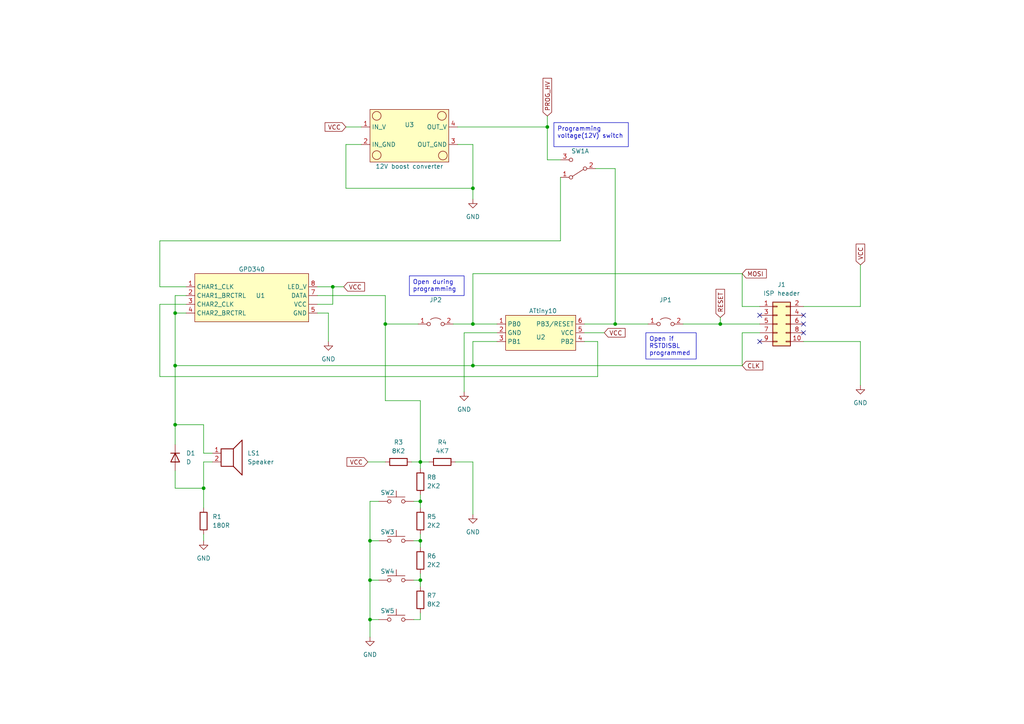
<source format=kicad_sch>
(kicad_sch (version 20230121) (generator eeschema)
  (paper "A4")
  (title_block (title "Breadboard prototype"))
  (lib_symbols
    (symbol "Connector_Generic:Conn_02x05_Odd_Even" (pin_names (offset 1.016) hide)
      (property "Reference" "J" (at 1.27 7.62 0))
      (property "Value" "Conn_02x05_Odd_Even" (at 1.27 -7.62 0))
      (symbol "Conn_02x05_Odd_Even_1_1"
        (rectangle (start -1.27 -4.953) (end 0 -5.207) (stroke (width 0.1524)))
        (rectangle (start -1.27 -2.413) (end 0 -2.667) (stroke (width 0.1524)))
        (rectangle (start -1.27 0.127) (end 0 -0.127) (stroke (width 0.1524)))
        (rectangle (start -1.27 2.667) (end 0 2.413) (stroke (width 0.1524)))
        (rectangle (start -1.27 5.207) (end 0 4.953) (stroke (width 0.1524)))
        (rectangle (start -1.27 6.35) (end 3.81 -6.35) (stroke (width 0.254)) (fill (type background)))
        (rectangle (start 3.81 -4.953) (end 2.54 -5.207) (stroke (width 0.1524)))
        (rectangle (start 3.81 -2.413) (end 2.54 -2.667) (stroke (width 0.1524)))
        (rectangle (start 3.81 0.127) (end 2.54 -0.127) (stroke (width 0.1524)))
        (rectangle (start 3.81 2.667) (end 2.54 2.413) (stroke (width 0.1524)))
        (rectangle (start 3.81 5.207) (end 2.54 4.953) (stroke (width 0.1524)))
        (pin passive line (at -5.08 5.08 0) (length 3.81) (name "Pin_1") (number "1"))
        (pin passive line (at 7.62 -5.08 180) (length 3.81) (name "Pin_10") (number "10"))
        (pin passive line (at 7.62 5.08 180) (length 3.81) (name "Pin_2") (number "2"))
        (pin passive line (at -5.08 2.54 0) (length 3.81) (name "Pin_3") (number "3"))
        (pin passive line (at 7.62 2.54 180) (length 3.81) (name "Pin_4") (number "4"))
        (pin passive line (at -5.08 0 0) (length 3.81) (name "Pin_5") (number "5"))
        (pin passive line (at 7.62 0 180) (length 3.81) (name "Pin_6") (number "6"))
        (pin passive line (at -5.08 -2.54 0) (length 3.81) (name "Pin_7") (number "7"))
        (pin passive line (at 7.62 -2.54 180) (length 3.81) (name "Pin_8") (number "8"))
        (pin passive line (at -5.08 -5.08 0) (length 3.81) (name "Pin_9") (number "9"))
      )
    )
    (symbol "Device:D" (pin_numbers hide) (pin_names (offset 1.016) hide)
      (property "Reference" "D" (at 0 2.54 0))
      (property "Value" "D" (at 0 -2.54 0))
      (symbol "D_0_1"
        (polyline (pts (xy -1.27 1.27) (xy -1.27 -1.27)) (stroke (width 0.254)))
        (polyline (pts (xy 1.27 0) (xy -1.27 0)))
        (polyline (pts (xy 1.27 1.27) (xy 1.27 -1.27) (xy -1.27 0) (xy 1.27 1.27)) (stroke (width 0.254)))
      )
      (symbol "D_1_1"
        (pin passive line (at -3.81 0 0) (length 2.54) (name "K") (number "1"))
        (pin passive line (at 3.81 0 180) (length 2.54) (name "A") (number "2"))
      )
    )
    (symbol "Device:R" (pin_numbers hide) (pin_names (offset 0))
      (property "Reference" "R" (at 2.032 0 90))
      (property "Value" "R" (at 0 0 90))
      (symbol "R_0_1"
        (rectangle (start -1.016 -2.54) (end 1.016 2.54) (stroke (width 0.254)))
      )
      (symbol "R_1_1"
        (pin passive line (at 0 3.81 270) (length 1.27) (name "~") (number "1"))
        (pin passive line (at 0 -3.81 90) (length 1.27) (name "~") (number "2"))
      )
    )
    (symbol "Device:Speaker" (pin_names (offset 0) hide)
      (property "Reference" "LS" (at 1.27 5.715 0))
      (property "Value" "Speaker" (at 1.27 3.81 0))
      (symbol "Speaker_0_0"
        (rectangle (start -2.54 1.27) (end 1.016 -3.81) (stroke (width 0.254)))
        (polyline (pts (xy 1.016 1.27) (xy 3.556 3.81) (xy 3.556 -6.35) (xy 1.016 -3.81)) (stroke (width 0.254)))
      )
      (symbol "Speaker_1_1"
        (pin input line (at -5.08 0 0) (length 2.54) (name "1") (number "1"))
        (pin input line (at -5.08 -2.54 0) (length 2.54) (name "2") (number "2"))
      )
    )
    (symbol "Jumper:Jumper_2_Open" (pin_names (offset 0) hide)
      (property "Reference" "JP" (at 0 2.794 0))
      (property "Value" "Jumper_2_Open" (at 0 -2.286 0))
      (symbol "Jumper_2_Open_0_0"
        (circle (center -2.032 0) (radius 0.508))
        (circle (center 2.032 0) (radius 0.508))
      )
      (symbol "Jumper_2_Open_0_1"
        (arc (start 1.524 1.27) (mid 0 1.778) (end -1.524 1.27))
      )
      (symbol "Jumper_2_Open_1_1"
        (pin passive line (at -5.08 0 0) (length 2.54) (name "A") (number "1"))
        (pin passive line (at 5.08 0 180) (length 2.54) (name "B") (number "2"))
      )
    )
    (symbol "Switch:SW_DPDT_x2" (pin_names (offset 0) hide)
      (property "Reference" "SW" (at 0 4.318 0))
      (property "Value" "SW_DPDT_x2" (at 0 -5.08 0))
      (symbol "SW_DPDT_x2_0_0"
        (circle (center -2.032 0) (radius 0.508))
        (circle (center 2.032 -2.54) (radius 0.508))
      )
      (symbol "SW_DPDT_x2_0_1"
        (polyline (pts (xy -1.524 0.254) (xy 1.651 2.286)))
        (circle (center 2.032 2.54) (radius 0.508))
      )
      (symbol "SW_DPDT_x2_1_1"
        (pin passive line (at 5.08 2.54 180) (length 2.54) (name "A") (number "1"))
        (pin passive line (at -5.08 0 0) (length 2.54) (name "B") (number "2"))
        (pin passive line (at 5.08 -2.54 180) (length 2.54) (name "C") (number "3"))
      )
      (symbol "SW_DPDT_x2_2_1"
        (pin passive line (at 5.08 2.54 180) (length 2.54) (name "A") (number "4"))
        (pin passive line (at -5.08 0 0) (length 2.54) (name "B") (number "5"))
        (pin passive line (at 5.08 -2.54 180) (length 2.54) (name "C") (number "6"))
      )
    )
    (symbol "Switch:SW_MEC_5G" (pin_numbers hide) (pin_names (offset 1.016) hide)
      (property "Reference" "SW" (at 1.27 2.54 0))
      (property "Value" "SW_MEC_5G" (at 0 -1.524 0))
      (symbol "SW_MEC_5G_0_1"
        (circle (center -2.032 0) (radius 0.508))
        (polyline (pts (xy 0 1.27) (xy 0 3.048)))
        (polyline (pts (xy 2.54 1.27) (xy -2.54 1.27)))
        (circle (center 2.032 0) (radius 0.508))
        (pin passive line (at -5.08 0 0) (length 2.54) (name "A") (number "1"))
        (pin passive line (at 5.08 0 180) (length 2.54) (name "B") (number "3"))
      )
      (symbol "SW_MEC_5G_1_1"
        (pin passive line (at -5.08 0 0) (length 2.54) hide (name "A") (number "2"))
        (pin passive line (at 5.08 0 180) (length 2.54) hide (name "B") (number "4"))
      )
    )
    (symbol "components:ATtiny10"
      (property "Reference" "U" (at 0 0 0))
      (property "Value" "ATtiny10" (at 0 -6.35 0))
      (symbol "ATtiny10_1_1"
        (rectangle (start -10.16 5.08) (end 10.16 -5.08) (fill (type background)))
        (pin input line (at -12.7 2.54 0) (length 2.54) (name "PB0") (number "1"))
        (pin input line (at -12.7 0 0) (length 2.54) (name "GND") (number "2"))
        (pin input line (at -12.7 -2.54 0) (length 2.54) (name "PB1") (number "3"))
        (pin input line (at 12.7 -2.54 180) (length 2.54) (name "PB2") (number "4"))
        (pin input line (at 12.7 0 180) (length 2.54) (name "VCC") (number "5"))
        (pin input line (at 12.7 2.54 180) (length 2.54) (name "PB3/RESET") (number "6"))
      )
    )
    (symbol "components:GPD340"
      (property "Reference" "U" (at 0 0 0))
      (symbol "GPD340_1_1"
        (rectangle (start -16.51 7.62) (end 16.51 -6.35) (fill (type background)))
        (pin input line (at 19.05 -1.27 180) (length 2.54) (name "VCC") (number ""))
        (pin input line (at -19.05 3.81 0) (length 2.54) (name "CHAR1_CLK") (number "1"))
        (pin input line (at -19.05 1.27 0) (length 2.54) (name "CHAR1_BRCTRL") (number "2"))
        (pin input line (at -19.05 -1.27 0) (length 2.54) (name "CHAR2_CLK") (number "3"))
        (pin input line (at -19.05 -3.81 0) (length 2.54) (name "CHAR2_BRCTRL") (number "4"))
        (pin input line (at 19.05 -3.81 180) (length 2.54) (name "GND") (number "5"))
        (pin input line (at 19.05 1.27 180) (length 2.54) (name "DATA") (number "7"))
        (pin input line (at 19.05 3.81 180) (length 2.54) (name "LED_V") (number "8"))
      )
    )
    (symbol "components:variable_boost_converter_module"
      (property "Reference" "U" (at 0 0 0))
      (symbol "variable_boost_converter_module_1_1"
        (rectangle (start -11.43 7.62) (end 11.43 -7.62) (fill (type background)))
        (circle (center -9.4839 -5.6272) (radius 1.27))
        (circle (center -9.4839 5.7754) (radius 1.27))
        (circle (center 9.4279 5.7754) (radius 1.27))
        (circle (center 9.706 -5.7385) (radius 1.27))
        (pin input line (at -13.97 2.54 0) (length 2.54) (name "IN_V") (number "1"))
        (pin input line (at -13.97 -2.54 0) (length 2.54) (name "IN_GND") (number "2"))
        (pin input line (at 13.97 -2.54 180) (length 2.54) (name "OUT_GND") (number "3"))
        (pin input line (at 13.97 2.54 180) (length 2.54) (name "OUT_V") (number "4"))
      )
    )
    (symbol "power:GND" (power) (pin_names (offset 0))
      (property "Value" "GND" (at 0 -3.81 0))
      (symbol "GND_0_1"
        (polyline (pts (xy 0 0) (xy 0 -1.27) (xy 1.27 -1.27) (xy 0 -2.54) (xy -1.27 -1.27) (xy 0 -1.27)))
      )
      (symbol "GND_1_1"
        (pin power_in line (at 0 0 270) (length 0) hide (name "GND") (number "1"))
      )
    )
  )
  (junction (at 137.16 106.045))
  (junction (at 121.92 145.415))
  (junction (at 107.315 179.705))
  (junction (at 96.52 83.185))
  (junction (at 50.8 106.045))
  (junction (at 121.92 156.845))
  (junction (at 50.8 90.805))
  (junction (at 137.16 93.98))
  (junction (at 208.915 93.98))
  (junction (at 121.92 133.985))
  (junction (at 111.76 93.98))
  (junction (at 178.435 93.98))
  (junction (at 158.75 36.83))
  (junction (at 121.92 168.275))
  (junction (at 50.8 123.19))
  (junction (at 107.315 168.275))
  (junction (at 107.315 156.845))
  (junction (at 137.16 54.61))
  (junction (at 59.055 141.605))
  (no_connect (at 220.345 91.44))
  (no_connect (at 233.045 93.98))
  (no_connect (at 233.045 96.52))
  (no_connect (at 233.045 91.44))
  (no_connect (at 220.345 99.06))
  (wire (pts (xy 120.015 156.845) (xy 121.92 156.845)))
  (wire (pts (xy 137.16 93.98) (xy 137.16 79.375)))
  (wire (pts (xy 137.16 41.91) (xy 137.16 54.61)))
  (wire (pts (xy 121.92 145.415) (xy 121.92 147.32)))
  (wire (pts (xy 249.555 99.06) (xy 249.555 111.76)))
  (wire (pts (xy 120.015 145.415) (xy 121.92 145.415)))
  (wire (pts (xy 120.015 168.275) (xy 121.92 168.275)))
  (wire (pts (xy 169.545 93.98) (xy 178.435 93.98)))
  (wire (pts (xy 208.915 92.075) (xy 208.915 93.98)))
  (wire (pts (xy 96.52 83.185) (xy 96.52 88.265)))
  (wire (pts (xy 106.68 133.985) (xy 111.76 133.985)))
  (wire (pts (xy 121.92 133.985) (xy 121.92 135.89)))
  (wire (pts (xy 107.315 156.845) (xy 107.315 168.275)))
  (wire (pts (xy 50.8 123.19) (xy 50.8 128.905)))
  (wire (pts (xy 249.555 76.835) (xy 249.555 88.9)))
  (wire (pts (xy 173.355 109.22) (xy 173.355 99.06)))
  (wire (pts (xy 111.76 116.205) (xy 111.76 93.98)))
  (wire (pts (xy 134.62 96.52) (xy 134.62 113.665)))
  (wire (pts (xy 59.055 131.445) (xy 59.055 123.19)))
  (wire (pts (xy 59.055 141.605) (xy 59.055 147.32)))
  (wire (pts (xy 119.38 133.985) (xy 121.92 133.985)))
  (wire (pts (xy 50.8 90.805) (xy 50.8 106.045)))
  (wire (pts (xy 107.315 179.705) (xy 107.315 184.785)))
  (wire (pts (xy 233.045 99.06) (xy 249.555 99.06)))
  (wire (pts (xy 107.315 179.705) (xy 109.855 179.705)))
  (wire (pts (xy 169.545 96.52) (xy 175.26 96.52)))
  (wire (pts (xy 121.92 179.705) (xy 121.92 177.8)))
  (wire (pts (xy 53.975 88.265) (xy 46.355 88.265)))
  (wire (pts (xy 109.855 145.415) (xy 107.315 145.415)))
  (wire (pts (xy 172.72 48.895) (xy 178.435 48.895)))
  (wire (pts (xy 137.16 106.045) (xy 137.16 99.06)))
  (wire (pts (xy 158.75 36.83) (xy 158.75 46.355)))
  (wire (pts (xy 121.92 166.37) (xy 121.92 168.275)))
  (wire (pts (xy 46.355 88.265) (xy 46.355 109.22)))
  (wire (pts (xy 59.055 141.605) (xy 50.8 141.605)))
  (wire (pts (xy 100.33 54.61) (xy 100.33 41.91)))
  (wire (pts (xy 50.8 141.605) (xy 50.8 136.525)))
  (wire (pts (xy 158.75 46.355) (xy 162.56 46.355)))
  (wire (pts (xy 137.16 54.61) (xy 100.33 54.61)))
  (wire (pts (xy 215.265 79.375) (xy 215.265 88.9)))
  (wire (pts (xy 46.355 69.85) (xy 46.355 83.185)))
  (wire (pts (xy 233.045 88.9) (xy 249.555 88.9)))
  (wire (pts (xy 50.8 106.045) (xy 137.16 106.045)))
  (wire (pts (xy 173.355 99.06) (xy 169.545 99.06)))
  (wire (pts (xy 107.315 156.845) (xy 109.855 156.845)))
  (wire (pts (xy 198.12 93.98) (xy 208.915 93.98)))
  (wire (pts (xy 132.715 41.91) (xy 137.16 41.91)))
  (wire (pts (xy 107.315 145.415) (xy 107.315 156.845)))
  (wire (pts (xy 46.355 83.185) (xy 53.975 83.185)))
  (wire (pts (xy 111.76 93.98) (xy 121.285 93.98)))
  (wire (pts (xy 121.92 143.51) (xy 121.92 145.415)))
  (wire (pts (xy 100.33 41.91) (xy 104.775 41.91)))
  (wire (pts (xy 50.8 85.725) (xy 50.8 90.805)))
  (wire (pts (xy 107.315 168.275) (xy 109.855 168.275)))
  (wire (pts (xy 208.915 93.98) (xy 220.345 93.98)))
  (wire (pts (xy 158.75 36.83) (xy 132.715 36.83)))
  (wire (pts (xy 121.92 168.275) (xy 121.92 170.18)))
  (wire (pts (xy 144.145 96.52) (xy 134.62 96.52)))
  (wire (pts (xy 162.56 51.435) (xy 162.56 69.85)))
  (wire (pts (xy 158.75 33.655) (xy 158.75 36.83)))
  (wire (pts (xy 220.345 96.52) (xy 215.265 96.52)))
  (wire (pts (xy 61.595 131.445) (xy 59.055 131.445)))
  (wire (pts (xy 162.56 69.85) (xy 46.355 69.85)))
  (wire (pts (xy 61.595 133.985) (xy 59.055 133.985)))
  (wire (pts (xy 121.92 133.985) (xy 121.92 116.205)))
  (wire (pts (xy 59.055 156.845) (xy 59.055 154.94)))
  (wire (pts (xy 46.355 109.22) (xy 173.355 109.22)))
  (wire (pts (xy 215.265 106.045) (xy 137.16 106.045)))
  (wire (pts (xy 92.075 88.265) (xy 96.52 88.265)))
  (wire (pts (xy 100.33 36.83) (xy 104.775 36.83)))
  (wire (pts (xy 95.25 90.805) (xy 95.25 99.06)))
  (wire (pts (xy 121.92 156.845) (xy 121.92 158.75)))
  (wire (pts (xy 215.265 96.52) (xy 215.265 106.045)))
  (wire (pts (xy 178.435 93.98) (xy 187.96 93.98)))
  (wire (pts (xy 92.075 85.725) (xy 111.76 85.725)))
  (wire (pts (xy 96.52 83.185) (xy 99.695 83.185)))
  (wire (pts (xy 92.075 90.805) (xy 95.25 90.805)))
  (wire (pts (xy 50.8 123.19) (xy 59.055 123.19)))
  (wire (pts (xy 144.145 93.98) (xy 137.16 93.98)))
  (wire (pts (xy 121.92 133.985) (xy 124.46 133.985)))
  (wire (pts (xy 50.8 106.045) (xy 50.8 123.19)))
  (wire (pts (xy 53.975 85.725) (xy 50.8 85.725)))
  (wire (pts (xy 59.055 133.985) (xy 59.055 141.605)))
  (wire (pts (xy 137.16 79.375) (xy 215.265 79.375)))
  (wire (pts (xy 121.92 154.94) (xy 121.92 156.845)))
  (wire (pts (xy 92.075 83.185) (xy 96.52 83.185)))
  (wire (pts (xy 107.315 168.275) (xy 107.315 179.705)))
  (wire (pts (xy 178.435 48.895) (xy 178.435 93.98)))
  (wire (pts (xy 215.265 88.9) (xy 220.345 88.9)))
  (wire (pts (xy 137.16 133.985) (xy 137.16 149.225)))
  (wire (pts (xy 137.16 54.61) (xy 137.16 57.785)))
  (wire (pts (xy 50.8 90.805) (xy 53.975 90.805)))
  (wire (pts (xy 111.76 85.725) (xy 111.76 93.98)))
  (wire (pts (xy 137.16 99.06) (xy 144.145 99.06)))
  (wire (pts (xy 132.08 133.985) (xy 137.16 133.985)))
  (wire (pts (xy 120.015 179.705) (xy 121.92 179.705)))
  (wire (pts (xy 121.92 116.205) (xy 111.76 116.205)))
  (wire (pts (xy 131.445 93.98) (xy 137.16 93.98)))
  (text_box "Open if RSTDISBL programmed" (at 187.325 96.52 0) (size 14.605 7.62) (effects (font (size 1.27 1.27)) (justify left top)))
  (text_box "Open during programming" (at 118.745 80.01 0) (size 15.875 5.715) (effects (font (size 1.27 1.27)) (justify left top)))
  (text_box "Programming voltage(12V) switch" (at 160.655 35.56 0) (size 21.59 6.985) (effects (font (size 1.27 1.27)) (justify left top)))
  (global_label "VCC" (shape input) (at 106.68 133.985 180) (property "Intersheetrefs" "${INTERSHEET_REFS}" (effects hide)))
  (global_label "VCC" (shape input) (at 249.555 76.835 90) (property "Intersheetrefs" "${INTERSHEET_REFS}" (effects hide)))
  (global_label "MOSI" (shape input) (at 215.265 79.375 0) (property "Intersheetrefs" "${INTERSHEET_REFS}" (effects hide)))
  (global_label "VCC" (shape input) (at 100.33 36.83 180) (property "Intersheetrefs" "${INTERSHEET_REFS}" (effects hide)))
  (global_label "VCC" (shape input) (at 99.695 83.185 0) (property "Intersheetrefs" "${INTERSHEET_REFS}" (effects hide)))
  (global_label "VCC" (shape input) (at 175.26 96.52 0) (property "Intersheetrefs" "${INTERSHEET_REFS}" (effects hide)))
  (global_label "PROG_HV" (shape input) (at 158.75 33.655 90) (property "Intersheetrefs" "${INTERSHEET_REFS}" (effects hide)))
  (global_label "CLK" (shape input) (at 215.265 106.045 0) (property "Intersheetrefs" "${INTERSHEET_REFS}" (effects hide)))
  (global_label "RESET" (shape input) (at 208.915 92.075 90) (property "Intersheetrefs" "${INTERSHEET_REFS}" (effects hide)))
  (symbol (lib_id "Switch:SW_MEC_5G") (at 114.935 168.275 0) (unit 1)
    (property "Reference" "SW4" (at 112.395 165.735 0))
    (property "Value" "SW_MEC_5G" (effects hide))
    (property "Datasheet" "http://www.apem.com/int/index.php?controller=attachment&id_attachment=488" (effects hide))
  )
  (symbol (lib_id "power:GND") (at 137.16 57.785 0) (unit 1)
    (property "Reference" "#PWR03" (effects hide))
    (property "Value" "GND" (at 137.16 62.865 0))
  )
  (symbol (lib_id "Device:R") (at 121.92 151.13 180) (unit 1)
    (property "Reference" "R5" (at 123.825 149.86 0) (effects (justify right)))
    (property "Value" "2K2" (at 123.825 152.4 0) (effects (justify right)))
  )
  (symbol (lib_id "power:GND") (at 137.16 149.225 0) (unit 1)
    (property "Reference" "#PWR07" (effects hide))
    (property "Value" "GND" (at 137.16 154.305 0))
  )
  (symbol (lib_id "power:GND") (at 107.315 184.785 0) (unit 1)
    (property "Reference" "#PWR06" (effects hide))
    (property "Value" "GND" (at 107.315 189.865 0))
  )
  (symbol (lib_id "Switch:SW_MEC_5G") (at 114.935 156.845 0) (unit 1)
    (property "Reference" "SW3" (at 112.395 154.305 0))
    (property "Value" "SW_MEC_5G" (effects hide))
    (property "Datasheet" "http://www.apem.com/int/index.php?controller=attachment&id_attachment=488" (effects hide))
  )
  (symbol (lib_id "components:ATtiny10") (at 156.845 96.52 0) (unit 1)
    (property "Reference" "U2" (at 156.845 97.79 0))
    (property "Value" "ATtiny10" (at 157.48 90.17 0))
  )
  (symbol (lib_id "components:variable_boost_converter_module") (at 118.745 39.37 0) (unit 1)
    (property "Reference" "U3" (at 118.745 36.195 0))
    (property "Value" "12V boost converter" (at 118.745 48.26 0))
  )
  (symbol (lib_id "Device:D") (at 50.8 132.715 270) (unit 1)
    (property "Reference" "D1" (at 53.975 131.445 90) (effects (justify left)))
    (property "Value" "D" (at 53.975 133.985 90) (effects (justify left)))
    (property "Sim.Device" "D" (effects hide))
    (property "Sim.Pins" "1=K 2=A" (effects hide))
  )
  (symbol (lib_id "Switch:SW_DPDT_x2") (at 167.64 48.895 180) (unit 1)
    (property "Reference" "SW1" (at 168.275 43.815 0))
    (property "Value" "SW_DPDT_x2" (effects hide))
  )
  (symbol (lib_id "Jumper:Jumper_2_Open") (at 126.365 93.98 0) (unit 1)
    (property "Reference" "JP2" (at 126.365 86.995 0))
    (property "Value" "Jumper_2_Open" (effects hide))
  )
  (symbol (lib_id "Device:R") (at 128.27 133.985 90) (unit 1)
    (property "Reference" "R4" (at 128.27 128.27 90))
    (property "Value" "4K7" (at 128.27 130.81 90))
  )
  (symbol (lib_id "power:GND") (at 134.62 113.665 0) (unit 1)
    (property "Reference" "#PWR02" (effects hide))
    (property "Value" "GND" (at 134.62 118.745 0))
  )
  (symbol (lib_id "power:GND") (at 59.055 156.845 0) (unit 1)
    (property "Reference" "#PWR05" (effects hide))
    (property "Value" "GND" (at 59.055 161.925 0))
  )
  (symbol (lib_id "power:GND") (at 95.25 99.06 0) (unit 1)
    (property "Reference" "#PWR04" (effects hide))
    (property "Value" "GND" (at 95.25 104.14 0))
  )
  (symbol (lib_id "Switch:SW_MEC_5G") (at 114.935 179.705 0) (unit 1)
    (property "Reference" "SW5" (at 112.395 177.165 0))
    (property "Value" "SW_MEC_5G" (effects hide))
    (property "Datasheet" "http://www.apem.com/int/index.php?controller=attachment&id_attachment=488" (effects hide))
  )
  (symbol (lib_id "Device:Speaker") (at 66.675 131.445 0) (unit 1)
    (property "Reference" "LS1" (at 71.755 131.445 0) (effects (justify left)))
    (property "Value" "Speaker" (at 71.755 133.985 0) (effects (justify left)))
  )
  (symbol (lib_id "Device:R") (at 115.57 133.985 90) (unit 1)
    (property "Reference" "R3" (at 115.57 128.27 90))
    (property "Value" "8K2" (at 115.57 130.81 90))
  )
  (symbol (lib_id "components:GPD340") (at 73.025 86.995 0) (unit 1)
    (property "Reference" "U1" (at 75.565 85.725 0))
    (property "Value" "GPD340" (at 73.025 78.105 0))
  )
  (symbol (lib_id "Jumper:Jumper_2_Open") (at 193.04 93.98 0) (unit 1)
    (property "Reference" "JP1" (at 193.04 86.995 0))
    (property "Value" "Jumper_2_Open" (effects hide))
  )
  (symbol (lib_id "Device:R") (at 59.055 151.13 0) (unit 1)
    (property "Reference" "R1" (at 61.595 149.86 0) (effects (justify left)))
    (property "Value" "180R" (at 61.595 152.4 0) (effects (justify left)))
  )
  (symbol (lib_id "Connector_Generic:Conn_02x05_Odd_Even") (at 225.425 93.98 0) (unit 1)
    (property "Reference" "J1" (at 226.695 82.55 0))
    (property "Value" "ISP header" (at 226.695 85.09 0))
  )
  (symbol (lib_id "power:GND") (at 249.555 111.76 0) (unit 1)
    (property "Reference" "#PWR01" (effects hide))
    (property "Value" "GND" (at 249.555 116.84 0))
  )
  (symbol (lib_id "Switch:SW_MEC_5G") (at 114.935 145.415 0) (unit 1)
    (property "Reference" "SW2" (at 112.395 142.875 0))
    (property "Value" "SW_MEC_5G" (effects hide))
    (property "Datasheet" "http://www.apem.com/int/index.php?controller=attachment&id_attachment=488" (effects hide))
  )
  (symbol (lib_id "Device:R") (at 121.92 139.7 180) (unit 1)
    (property "Reference" "R8" (at 123.825 138.43 0) (effects (justify right)))
    (property "Value" "2K2" (at 123.825 140.97 0) (effects (justify right)))
  )
  (symbol (lib_id "Device:R") (at 121.92 162.56 180) (unit 1)
    (property "Reference" "R6" (at 123.825 161.29 0) (effects (justify right)))
    (property "Value" "2K2" (at 123.825 163.83 0) (effects (justify right)))
  )
  (symbol (lib_id "Device:R") (at 121.92 173.99 180) (unit 1)
    (property "Reference" "R7" (at 123.825 172.72 0) (effects (justify right)))
    (property "Value" "8K2" (at 123.825 175.26 0) (effects (justify right)))
  )
)
</source>
